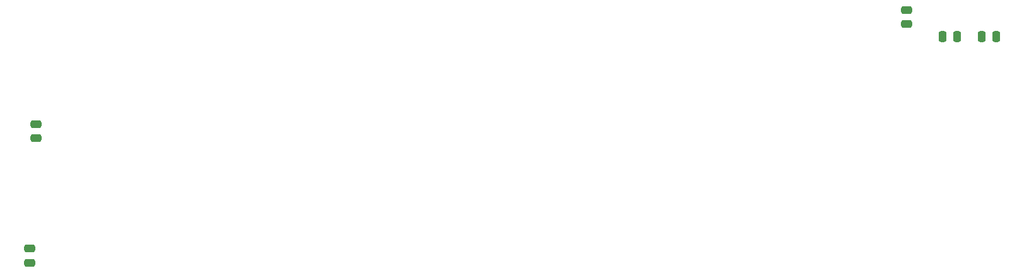
<source format=gtp>
G04 #@! TF.GenerationSoftware,KiCad,Pcbnew,7.0.8*
G04 #@! TF.CreationDate,2024-12-11T20:09:02-06:00*
G04 #@! TF.ProjectId,LEC,4c45432e-6b69-4636-9164-5f7063625858,rev?*
G04 #@! TF.SameCoordinates,Original*
G04 #@! TF.FileFunction,Paste,Top*
G04 #@! TF.FilePolarity,Positive*
%FSLAX46Y46*%
G04 Gerber Fmt 4.6, Leading zero omitted, Abs format (unit mm)*
G04 Created by KiCad (PCBNEW 7.0.8) date 2024-12-11 20:09:02*
%MOMM*%
%LPD*%
G01*
G04 APERTURE LIST*
G04 Aperture macros list*
%AMRoundRect*
0 Rectangle with rounded corners*
0 $1 Rounding radius*
0 $2 $3 $4 $5 $6 $7 $8 $9 X,Y pos of 4 corners*
0 Add a 4 corners polygon primitive as box body*
4,1,4,$2,$3,$4,$5,$6,$7,$8,$9,$2,$3,0*
0 Add four circle primitives for the rounded corners*
1,1,$1+$1,$2,$3*
1,1,$1+$1,$4,$5*
1,1,$1+$1,$6,$7*
1,1,$1+$1,$8,$9*
0 Add four rect primitives between the rounded corners*
20,1,$1+$1,$2,$3,$4,$5,0*
20,1,$1+$1,$4,$5,$6,$7,0*
20,1,$1+$1,$6,$7,$8,$9,0*
20,1,$1+$1,$8,$9,$2,$3,0*%
G04 Aperture macros list end*
%ADD10RoundRect,0.250000X0.250000X0.475000X-0.250000X0.475000X-0.250000X-0.475000X0.250000X-0.475000X0*%
%ADD11RoundRect,0.250000X-0.475000X0.250000X-0.475000X-0.250000X0.475000X-0.250000X0.475000X0.250000X0*%
%ADD12RoundRect,0.250000X-0.250000X-0.475000X0.250000X-0.475000X0.250000X0.475000X-0.250000X0.475000X0*%
G04 APERTURE END LIST*
D10*
X194530000Y-63500000D03*
X192630000Y-63500000D03*
D11*
X187800000Y-59950000D03*
X187800000Y-61850000D03*
X70200000Y-92000000D03*
X70200000Y-93900000D03*
X71050000Y-75257400D03*
X71050000Y-77157400D03*
D12*
X197880000Y-63500000D03*
X199780000Y-63500000D03*
M02*

</source>
